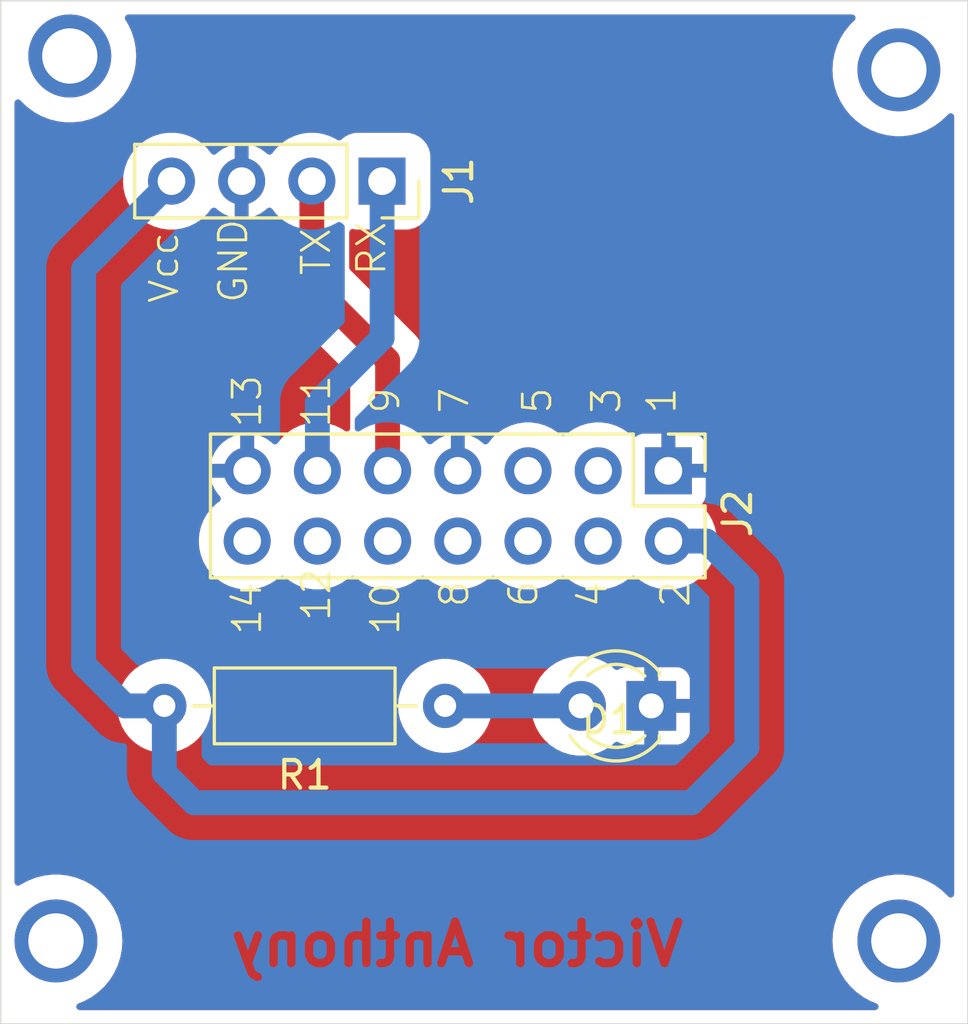
<source format=kicad_pcb>
(kicad_pcb (version 20240108) (generator "pcbnew") (generator_version "8.0")
  (layers (0 "F.Cu" signal) (31 "B.Cu" signal) (34 "B.Paste" user) (35 "F.Paste" user) (36 "B.SilkS" user "B.Silkscreen") (37 "F.SilkS" user "F.Silkscreen") (38 "B.Mask" user) (39 "F.Mask" user) (44 "Edge.Cuts" user))
  (net 0 "")
  (net 1 "GND")
  (net 2 "Net-(D1-A)")
  (net 3 "GP17")
  (net 4 "GP16")
  (net 5 "+5V")
  (net 6 "GP20")
  (net 7 "GP09")
  (net 8 "GP19")
  (net 9 "GP10")
  (net 10 "GP18")
  (net 11 "GP04")
  (net 12 "GP28")
  (net 13 "+3.3V")
  (footprint "Resistor_THT:R_Axial_DIN0207_L6.3mm_D2.5mm_P10.16mm_Horizontal" (layer "F.Cu") (at 80.92 116.5)
    (property "Reference" "R1" (at 5.08 2.5 0) (layer "F.SilkS"))
    (property "Value" "R" (hide yes))
    (fp_line (start 1.04 0) (end 1.81 0) (stroke (width 0.12)) (layer "F.SilkS"))
    (fp_line (start 1.81 -1.37) (end 1.81 1.37) (stroke (width 0.12)) (layer "F.SilkS"))
    (fp_line (start 1.81 1.37) (end 8.35 1.37) (stroke (width 0.12)) (layer "F.SilkS"))
    (fp_line (start 8.35 -1.37) (end 1.81 -1.37) (stroke (width 0.12)) (layer "F.SilkS"))
    (fp_line (start 8.35 1.37) (end 8.35 -1.37) (stroke (width 0.12)) (layer "F.SilkS"))
    (fp_line (start 9.12 0) (end 8.35 0) (stroke (width 0.12)) (layer "F.SilkS"))
    (pad "1" thru_hole circle (at 0 0) (size 1.6 1.6) (drill 0.8) (layers "*.Cu" "*.Mask") (net 5 "+5V"))
    (pad "2" thru_hole oval (at 10.16 0) (size 1.6 1.6) (drill 0.8) (layers "*.Cu" "*.Mask") (net 2 "Net-(D1-A)"))
  )
  (footprint "Connector_PinSocket_2.54mm:PinSocket_1x04_P2.54mm_Vertical" (layer "F.Cu") (at 88.8 97.525 -90)
    (property "Reference" "J1" (at 0 -2.77 90) (layer "F.SilkS"))
    (property "Value" "Conector Sensor HC05" (hide yes))
    (fp_line (start -1.33 8.95) (end 1.33 8.95) (stroke (width 0.12)) (layer "F.SilkS"))
    (fp_line (start -1.33 1.27) (end -1.33 8.95) (stroke (width 0.12)) (layer "F.SilkS"))
    (fp_line (start -1.33 1.27) (end 1.33 1.27) (stroke (width 0.12)) (layer "F.SilkS"))
    (fp_line (start 1.33 1.27) (end 1.33 8.95) (stroke (width 0.12)) (layer "F.SilkS"))
    (fp_line (start 0 -1.33) (end 1.33 -1.33) (stroke (width 0.12)) (layer "F.SilkS"))
    (fp_line (start 1.33 -1.33) (end 1.33 0) (stroke (width 0.12)) (layer "F.SilkS"))
    (pad "1" thru_hole rect (at 0 0 270) (size 1.7 1.7) (drill 1) (layers "*.Cu" "*.Mask") (net 4 "GP16"))
    (pad "2" thru_hole oval (at 0 2.54 270) (size 1.7 1.7) (drill 1) (layers "*.Cu" "*.Mask") (net 3 "GP17"))
    (pad "3" thru_hole oval (at 0 5.08 270) (size 1.7 1.7) (drill 1) (layers "*.Cu" "*.Mask") (net 1 "GND"))
    (pad "4" thru_hole oval (at 0 7.62 270) (size 1.7 1.7) (drill 1) (layers "*.Cu" "*.Mask") (net 5 "+5V"))
  )
  (footprint "Connector_PinHeader_2.54mm:PinHeader_2x07_P2.54mm_Vertical" (layer "F.Cu") (at 99.16 108 -90)
    (property "Reference" "J2" (at 1.54 -2.5 90) (layer "F.SilkS"))
    (property "Value" "Conector IDC" (hide yes))
    (fp_line (start -1.33 16.57) (end 3.87 16.57) (stroke (width 0.12)) (layer "F.SilkS"))
    (fp_line (start -1.33 1.27) (end -1.33 16.57) (stroke (width 0.12)) (layer "F.SilkS"))
    (fp_line (start -1.33 1.27) (end 1.27 1.27) (stroke (width 0.12)) (layer "F.SilkS"))
    (fp_line (start 1.27 1.27) (end 1.27 -1.33) (stroke (width 0.12)) (layer "F.SilkS"))
    (fp_line (start -1.33 0) (end -1.33 -1.33) (stroke (width 0.12)) (layer "F.SilkS"))
    (fp_line (start -1.33 -1.33) (end 0 -1.33) (stroke (width 0.12)) (layer "F.SilkS"))
    (fp_line (start 1.27 -1.33) (end 3.87 -1.33) (stroke (width 0.12)) (layer "F.SilkS"))
    (fp_line (start 3.87 -1.33) (end 3.87 16.57) (stroke (width 0.12)) (layer "F.SilkS"))
    (pad "1" thru_hole rect (at 0 0 270) (size 1.7 1.7) (drill 1) (layers "*.Cu" "*.Mask") (net 1 "GND"))
    (pad "2" thru_hole oval (at 2.54 0 270) (size 1.7 1.7) (drill 1) (layers "*.Cu" "*.Mask") (net 5 "+5V"))
    (pad "3" thru_hole oval (at 0 2.54 270) (size 1.7 1.7) (drill 1) (layers "*.Cu" "*.Mask") (net 13 "+3.3V"))
    (pad "4" thru_hole oval (at 2.54 2.54 270) (size 1.7 1.7) (drill 1) (layers "*.Cu" "*.Mask") (net 9 "GP10"))
    (pad "5" thru_hole oval (at 0 5.08 270) (size 1.7 1.7) (drill 1) (layers "*.Cu" "*.Mask") (net 12 "GP28"))
    (pad "6" thru_hole oval (at 2.54 5.08 270) (size 1.7 1.7) (drill 1) (layers "*.Cu" "*.Mask") (net 7 "GP09"))
    (pad "7" thru_hole oval (at 0 7.62 270) (size 1.7 1.7) (drill 1) (layers "*.Cu" "*.Mask") (net 1 "GND"))
    (pad "8" thru_hole oval (at 2.54 7.62 270) (size 1.7 1.7) (drill 1) (layers "*.Cu" "*.Mask") (net 11 "GP04"))
    (pad "9" thru_hole oval (at 0 10.16 270) (size 1.7 1.7) (drill 1) (layers "*.Cu" "*.Mask") (net 3 "GP17"))
    (pad "10" thru_hole oval (at 2.54 10.16 270) (size 1.7 1.7) (drill 1) (layers "*.Cu" "*.Mask") (net 6 "GP20"))
    (pad "11" thru_hole oval (at 0 12.7 270) (size 1.7 1.7) (drill 1) (layers "*.Cu" "*.Mask") (net 4 "GP16"))
    (pad "12" thru_hole oval (at 2.54 12.7 270) (size 1.7 1.7) (drill 1) (layers "*.Cu" "*.Mask") (net 8 "GP19"))
    (pad "13" thru_hole oval (at 0 15.24 270) (size 1.7 1.7) (drill 1) (layers "*.Cu" "*.Mask") (net 1 "GND"))
    (pad "14" thru_hole oval (at 2.54 15.24 270) (size 1.7 1.7) (drill 1) (layers "*.Cu" "*.Mask") (net 10 "GP18"))
  )
  (footprint "LED_THT:LED_D3.0mm" (layer "F.Cu") (at 98.54 116.5 180)
    (property "Reference" "D1" (at 1.54 -0.5 0) (layer "F.SilkS"))
    (property "Value" "LED" (hide yes))
    (fp_line (start -0.29 1.08) (end -0.29 1.236) (stroke (width 0.12)) (layer "F.SilkS"))
    (fp_line (start -0.29 -1.236) (end -0.29 -1.08) (stroke (width 0.12)) (layer "F.SilkS"))
    (fp_arc (start 2.942335 1.078608) (mid 1.366487 1.987659) (end -0.29 1.235516) (stroke (width 0.12)) (layer "F.SilkS"))
    (fp_arc (start 2.31113 1.079837) (mid 1.270117 1.5) (end 0.229039 1.08) (stroke (width 0.12)) (layer "F.SilkS"))
    (fp_arc (start 0.229039 -1.08) (mid 1.270117 -1.5) (end 2.31113 -1.079837) (stroke (width 0.12)) (layer "F.SilkS"))
    (fp_arc (start -0.29 -1.235516) (mid 1.366487 -1.987659) (end 2.942335 -1.078608) (stroke (width 0.12)) (layer "F.SilkS"))
    (pad "1" thru_hole rect (at 0 0 180) (size 1.8 1.8) (drill 0.9) (layers "*.Cu" "*.Mask") (net 1 "GND"))
    (pad "2" thru_hole circle (at 2.54 0 180) (size 1.8 1.8) (drill 0.9) (layers "*.Cu" "*.Mask") (net 2 "Net-(D1-A)"))
  )
  (gr_rect (start 75 91) (end 110 128) (stroke (width 0.05)) (fill none) (layer "Edge.Cuts"))
  (gr_text "        Victor Anthony \n" (at 109 126 0) (layer "B.Cu" knockout) (effects (font (size 1.5 1.5) (thickness 0.3) (bold yes)) (justify left bottom mirror)))
  (gr_text "3" (at 97.5 106 90) (layer "F.SilkS") (effects (font (size 1 1) (thickness 0.1)) (justify left bottom)))
  (gr_text "13" (at 84.5 106.5 90) (layer "F.SilkS") (effects (font (size 1 1) (thickness 0.1)) (justify left bottom)))
  (gr_text "11" (at 87 106.5 90) (layer "F.SilkS") (effects (font (size 1 1) (thickness 0.1)) (justify left bottom)))
  (gr_text "14" (at 84.5 114 90) (layer "F.SilkS") (effects (font (size 1 1) (thickness 0.1)) (justify left bottom)))
  (gr_text "TX" (at 87 101 90) (layer "F.SilkS") (effects (font (size 1 1) (thickness 0.1)) (justify left bottom)))
  (gr_text "10" (at 89.5 114 90) (layer "F.SilkS") (effects (font (size 1 1) (thickness 0.1)) (justify left bottom)))
  (gr_text "1" (at 99.5 106 90) (layer "F.SilkS") (effects (font (size 1 1) (thickness 0.1)) (justify left bottom)))
  (gr_text "8" (at 92 113 90) (layer "F.SilkS") (effects (font (size 1 1) (thickness 0.1)) (justify left bottom)))
  (gr_text "RX" (at 89 101 90) (layer "F.SilkS") (effects (font (size 1 1) (thickness 0.1)) (justify left bottom)))
  (gr_text "9" (at 89.5 106 90) (layer "F.SilkS") (effects (font (size 1 1) (thickness 0.1)) (justify left bottom)))
  (gr_text "6" (at 94.5 113 90) (layer "F.SilkS") (effects (font (size 1 1) (thickness 0.1)) (justify left bottom)))
  (gr_text "2" (at 100 113 90) (layer "F.SilkS") (effects (font (size 1 1) (thickness 0.1)) (justify left bottom)))
  (gr_text "7" (at 92 106 90) (layer "F.SilkS") (effects (font (size 1 1) (thickness 0.1)) (justify left bottom)))
  (gr_text "12" (at 87 113.5 90) (layer "F.SilkS") (effects (font (size 1 1) (thickness 0.1)) (justify left bottom)))
  (gr_text "4" (at 97 113 90) (layer "F.SilkS") (effects (font (size 1 1) (thickness 0.1)) (justify left bottom)))
  (gr_text "5" (at 95 106 90) (layer "F.SilkS") (effects (font (size 1 1) (thickness 0.1)) (justify left bottom)))
  (gr_text "GND" (at 84 102 90) (layer "F.SilkS") (effects (font (size 1 1) (thickness 0.1)) (justify left bottom)))
  (gr_text "Vcc" (at 81.5 102 90) (layer "F.SilkS") (effects (font (size 1 1) (thickness 0.1)) (justify left bottom)))
  (via (at 107.5 125) (size 3) (drill 2) (layers "F.Cu" "B.Cu") (net 0))
  (via (at 107.5 93.5) (size 3) (drill 2) (layers "F.Cu" "B.Cu") (net 0))
  (via (at 77.5 93) (size 3) (drill 2) (layers "F.Cu" "B.Cu") (net 0))
  (via (at 77 125) (size 3) (drill 2) (layers "F.Cu" "B.Cu") (net 0))
  (segment (start 91.08 116.5) (end 96 116.5) (width 0.9) (layer "B.Cu") (net 2))
  (segment (start 86.26 97.525) (end 86.26 101.26) (width 0.9) (layer "F.Cu") (net 3))
  (segment (start 86.26 101.26) (end 89 104) (width 0.9) (layer "F.Cu") (net 3))
  (segment (start 89 104) (end 89 108) (width 0.9) (layer "F.Cu") (net 3))
  (segment (start 86.46 105.54) (end 86.46 108) (width 0.9) (layer "B.Cu") (net 4))
  (segment (start 88.8 97.525) (end 88.8 103.2) (width 0.9) (layer "B.Cu") (net 4))
  (segment (start 88.8 103.2) (end 86.46 105.54) (width 0.9) (layer "B.Cu") (net 4))
  (segment (start 102 112) (end 102 118) (width 0.9) (layer "B.Cu") (net 5))
  (segment (start 99.16 110.54) (end 100.54 110.54) (width 0.9) (layer "B.Cu") (net 5))
  (segment (start 100.54 110.54) (end 102 112) (width 0.9) (layer "B.Cu") (net 5))
  (segment (start 80.92 118.92) (end 80.92 116.5) (width 0.9) (layer "B.Cu") (net 5))
  (segment (start 100 120) (end 82 120) (width 0.9) (layer "B.Cu") (net 5))
  (segment (start 79.5 116.5) (end 80.92 116.5) (width 0.9) (layer "B.Cu") (net 5))
  (segment (start 102 118) (end 100 120) (width 0.9) (layer "B.Cu") (net 5))
  (segment (start 81.18 97.525) (end 78 100.705) (width 0.9) (layer "B.Cu") (net 5))
  (segment (start 78 115) (end 79.5 116.5) (width 0.9) (layer "B.Cu") (net 5))
  (segment (start 82 120) (end 80.92 118.92) (width 0.9) (layer "B.Cu") (net 5))
  (segment (start 78 100.705) (end 78 115) (width 0.9) (layer "B.Cu") (net 5))
  (zone (net 1) (net_name "GND") (layer "F.Cu") (priority 1) (connect_pads (clearance 0.9)) (min_thickness 0.25) (fill yes (thermal_gap 0.5) (thermal_bridge_width 0.5))
    (polygon (pts (xy 75 91) (xy 110 91) (xy 110 128) (xy 75 128)))
  )
  (zone (net 1) (net_name "GND") (layer "B.Cu") (connect_pads (clearance 0.9)) (min_thickness 0.25) (fill yes (thermal_gap 0.5) (thermal_bridge_width 0.5))
    (polygon (pts (xy 110 128) (xy 110 91) (xy 75 91) (xy 75 128)))
  )
)
</source>
